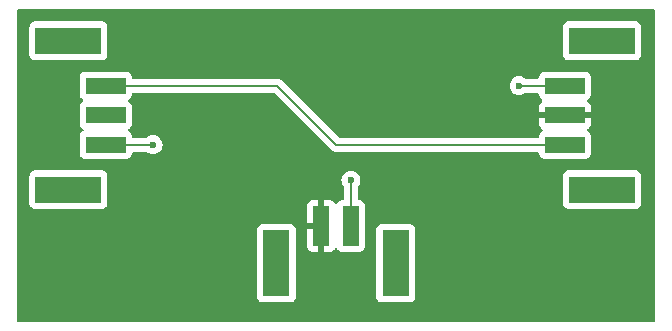
<source format=gbr>
%TF.GenerationSoftware,KiCad,Pcbnew,8.0.8*%
%TF.CreationDate,2025-01-27T09:22:13+00:00*%
%TF.ProjectId,ViaTest,56696154-6573-4742-9e6b-696361645f70,rev?*%
%TF.SameCoordinates,Original*%
%TF.FileFunction,Copper,L1,Top*%
%TF.FilePolarity,Positive*%
%FSLAX46Y46*%
G04 Gerber Fmt 4.6, Leading zero omitted, Abs format (unit mm)*
G04 Created by KiCad (PCBNEW 8.0.8) date 2025-01-27 09:22:13*
%MOMM*%
%LPD*%
G01*
G04 APERTURE LIST*
%TA.AperFunction,SMDPad,CuDef*%
%ADD10R,3.400000X1.400000*%
%TD*%
%TA.AperFunction,SMDPad,CuDef*%
%ADD11R,5.600000X2.300000*%
%TD*%
%TA.AperFunction,SMDPad,CuDef*%
%ADD12R,1.400000X3.400000*%
%TD*%
%TA.AperFunction,SMDPad,CuDef*%
%ADD13R,2.300000X5.600000*%
%TD*%
%TA.AperFunction,ViaPad*%
%ADD14C,0.600000*%
%TD*%
%TA.AperFunction,Conductor*%
%ADD15C,0.200000*%
%TD*%
G04 APERTURE END LIST*
D10*
%TO.P,J2,1,Pin_1*%
%TO.N,GND*%
X161870000Y-90000000D03*
%TO.P,J2,2,Pin_2*%
%TO.N,+BATT*%
X161870000Y-92500000D03*
%TO.P,J2,3,Pin_3*%
%TO.N,/SIG*%
X161870000Y-95000000D03*
D11*
%TO.P,J2,MP*%
%TO.N,N/C*%
X165030000Y-86200000D03*
X165030000Y-98800000D03*
%TD*%
D10*
%TO.P,J1,1,Pin_1*%
%TO.N,GND*%
X123000000Y-95000000D03*
%TO.P,J1,2,Pin_2*%
%TO.N,unconnected-(J1-Pin_2-Pad2)*%
X123000000Y-92500000D03*
%TO.P,J1,3,Pin_3*%
%TO.N,/SIG*%
X123000000Y-90000000D03*
D11*
%TO.P,J1,MP*%
%TO.N,N/C*%
X119840000Y-98800000D03*
X119840000Y-86200000D03*
%TD*%
D12*
%TO.P,J3,1,Pin_1*%
%TO.N,GND*%
X143750000Y-101870000D03*
%TO.P,J3,2,Pin_2*%
%TO.N,+BATT*%
X141250000Y-101870000D03*
D13*
%TO.P,J3,MP*%
%TO.N,N/C*%
X147550000Y-105030000D03*
X137450000Y-105030000D03*
%TD*%
D14*
%TO.N,GND*%
X158000000Y-90000000D03*
X127000000Y-95000000D03*
X143759191Y-97996634D03*
%TD*%
D15*
%TO.N,GND*%
X123000000Y-95000000D02*
X127000000Y-95000000D01*
X143750000Y-98005825D02*
X143759191Y-97996634D01*
X161870000Y-90000000D02*
X158000000Y-90000000D01*
X143750000Y-101870000D02*
X143750000Y-98005825D01*
%TO.N,/SIG*%
X137500000Y-90000000D02*
X142500000Y-95000000D01*
X142500000Y-95000000D02*
X161870000Y-95000000D01*
X123000000Y-90000000D02*
X137500000Y-90000000D01*
%TD*%
%TA.AperFunction,Conductor*%
%TO.N,+BATT*%
G36*
X169442539Y-83520185D02*
G01*
X169488294Y-83572989D01*
X169499500Y-83624500D01*
X169499500Y-109875500D01*
X169479815Y-109942539D01*
X169427011Y-109988294D01*
X169375500Y-109999500D01*
X115624500Y-109999500D01*
X115557461Y-109979815D01*
X115511706Y-109927011D01*
X115500500Y-109875500D01*
X115500500Y-102182135D01*
X135799500Y-102182135D01*
X135799500Y-107877870D01*
X135799501Y-107877876D01*
X135805908Y-107937483D01*
X135856202Y-108072328D01*
X135856206Y-108072335D01*
X135942452Y-108187544D01*
X135942455Y-108187547D01*
X136057664Y-108273793D01*
X136057671Y-108273797D01*
X136192517Y-108324091D01*
X136192516Y-108324091D01*
X136199444Y-108324835D01*
X136252127Y-108330500D01*
X138647872Y-108330499D01*
X138707483Y-108324091D01*
X138842331Y-108273796D01*
X138957546Y-108187546D01*
X139043796Y-108072331D01*
X139094091Y-107937483D01*
X139100500Y-107877873D01*
X139100499Y-103617844D01*
X140050000Y-103617844D01*
X140056401Y-103677372D01*
X140056403Y-103677379D01*
X140106645Y-103812086D01*
X140106649Y-103812093D01*
X140192809Y-103927187D01*
X140192812Y-103927190D01*
X140307906Y-104013350D01*
X140307913Y-104013354D01*
X140442620Y-104063596D01*
X140442627Y-104063598D01*
X140502155Y-104069999D01*
X140502172Y-104070000D01*
X141000000Y-104070000D01*
X141000000Y-102120000D01*
X140050000Y-102120000D01*
X140050000Y-103617844D01*
X139100499Y-103617844D01*
X139100499Y-102182128D01*
X139094091Y-102122517D01*
X139093152Y-102120000D01*
X139043797Y-101987671D01*
X139043793Y-101987664D01*
X138957547Y-101872455D01*
X138957544Y-101872452D01*
X138842335Y-101786206D01*
X138842328Y-101786202D01*
X138707482Y-101735908D01*
X138707483Y-101735908D01*
X138647883Y-101729501D01*
X138647881Y-101729500D01*
X138647873Y-101729500D01*
X138647864Y-101729500D01*
X136252129Y-101729500D01*
X136252123Y-101729501D01*
X136192516Y-101735908D01*
X136057671Y-101786202D01*
X136057664Y-101786206D01*
X135942455Y-101872452D01*
X135942452Y-101872455D01*
X135856206Y-101987664D01*
X135856202Y-101987671D01*
X135805908Y-102122517D01*
X135799501Y-102182116D01*
X135799501Y-102182123D01*
X135799500Y-102182135D01*
X115500500Y-102182135D01*
X115500500Y-97602135D01*
X116539500Y-97602135D01*
X116539500Y-99997870D01*
X116539501Y-99997876D01*
X116545908Y-100057483D01*
X116596202Y-100192328D01*
X116596206Y-100192335D01*
X116682452Y-100307544D01*
X116682455Y-100307547D01*
X116797664Y-100393793D01*
X116797671Y-100393797D01*
X116932517Y-100444091D01*
X116932516Y-100444091D01*
X116939444Y-100444835D01*
X116992127Y-100450500D01*
X122687872Y-100450499D01*
X122747483Y-100444091D01*
X122882331Y-100393796D01*
X122997546Y-100307546D01*
X123083796Y-100192331D01*
X123109970Y-100122155D01*
X140050000Y-100122155D01*
X140050000Y-101620000D01*
X141000000Y-101620000D01*
X141000000Y-99670000D01*
X141500000Y-99670000D01*
X141500000Y-104070000D01*
X141997828Y-104070000D01*
X141997844Y-104069999D01*
X142057372Y-104063598D01*
X142057379Y-104063596D01*
X142192086Y-104013354D01*
X142192093Y-104013350D01*
X142307187Y-103927190D01*
X142307190Y-103927187D01*
X142398669Y-103804989D01*
X142400868Y-103806635D01*
X142440262Y-103767225D01*
X142508531Y-103752358D01*
X142574001Y-103776761D01*
X142599546Y-103806235D01*
X142600888Y-103805231D01*
X142692452Y-103927544D01*
X142692455Y-103927547D01*
X142807664Y-104013793D01*
X142807671Y-104013797D01*
X142942517Y-104064091D01*
X142942516Y-104064091D01*
X142949444Y-104064835D01*
X143002127Y-104070500D01*
X144497872Y-104070499D01*
X144557483Y-104064091D01*
X144692331Y-104013796D01*
X144807546Y-103927546D01*
X144893796Y-103812331D01*
X144944091Y-103677483D01*
X144950500Y-103617873D01*
X144950500Y-102182135D01*
X145899500Y-102182135D01*
X145899500Y-107877870D01*
X145899501Y-107877876D01*
X145905908Y-107937483D01*
X145956202Y-108072328D01*
X145956206Y-108072335D01*
X146042452Y-108187544D01*
X146042455Y-108187547D01*
X146157664Y-108273793D01*
X146157671Y-108273797D01*
X146292517Y-108324091D01*
X146292516Y-108324091D01*
X146299444Y-108324835D01*
X146352127Y-108330500D01*
X148747872Y-108330499D01*
X148807483Y-108324091D01*
X148942331Y-108273796D01*
X149057546Y-108187546D01*
X149143796Y-108072331D01*
X149194091Y-107937483D01*
X149200500Y-107877873D01*
X149200499Y-102182128D01*
X149194091Y-102122517D01*
X149193152Y-102120000D01*
X149143797Y-101987671D01*
X149143793Y-101987664D01*
X149057547Y-101872455D01*
X149057544Y-101872452D01*
X148942335Y-101786206D01*
X148942328Y-101786202D01*
X148807482Y-101735908D01*
X148807483Y-101735908D01*
X148747883Y-101729501D01*
X148747881Y-101729500D01*
X148747873Y-101729500D01*
X148747864Y-101729500D01*
X146352129Y-101729500D01*
X146352123Y-101729501D01*
X146292516Y-101735908D01*
X146157671Y-101786202D01*
X146157664Y-101786206D01*
X146042455Y-101872452D01*
X146042452Y-101872455D01*
X145956206Y-101987664D01*
X145956202Y-101987671D01*
X145905908Y-102122517D01*
X145899501Y-102182116D01*
X145899501Y-102182123D01*
X145899500Y-102182135D01*
X144950500Y-102182135D01*
X144950499Y-100122128D01*
X144944091Y-100062517D01*
X144942213Y-100057483D01*
X144893797Y-99927671D01*
X144893793Y-99927664D01*
X144807547Y-99812455D01*
X144807544Y-99812452D01*
X144692335Y-99726206D01*
X144692328Y-99726202D01*
X144557482Y-99675908D01*
X144557483Y-99675908D01*
X144497883Y-99669501D01*
X144497881Y-99669500D01*
X144497873Y-99669500D01*
X144497865Y-99669500D01*
X144474500Y-99669500D01*
X144407461Y-99649815D01*
X144361706Y-99597011D01*
X144350500Y-99545500D01*
X144350500Y-98588765D01*
X144370185Y-98521726D01*
X144386819Y-98501084D01*
X144387227Y-98500676D01*
X144389007Y-98498896D01*
X144484980Y-98346156D01*
X144544559Y-98175889D01*
X144564756Y-97996634D01*
X144544559Y-97817379D01*
X144484980Y-97647112D01*
X144456719Y-97602135D01*
X161729500Y-97602135D01*
X161729500Y-99997870D01*
X161729501Y-99997876D01*
X161735908Y-100057483D01*
X161786202Y-100192328D01*
X161786206Y-100192335D01*
X161872452Y-100307544D01*
X161872455Y-100307547D01*
X161987664Y-100393793D01*
X161987671Y-100393797D01*
X162122517Y-100444091D01*
X162122516Y-100444091D01*
X162129444Y-100444835D01*
X162182127Y-100450500D01*
X167877872Y-100450499D01*
X167937483Y-100444091D01*
X168072331Y-100393796D01*
X168187546Y-100307546D01*
X168273796Y-100192331D01*
X168324091Y-100057483D01*
X168330500Y-99997873D01*
X168330499Y-97602128D01*
X168324091Y-97542517D01*
X168273796Y-97407669D01*
X168273795Y-97407668D01*
X168273793Y-97407664D01*
X168187547Y-97292455D01*
X168187544Y-97292452D01*
X168072335Y-97206206D01*
X168072328Y-97206202D01*
X167937482Y-97155908D01*
X167937483Y-97155908D01*
X167877883Y-97149501D01*
X167877881Y-97149500D01*
X167877873Y-97149500D01*
X167877864Y-97149500D01*
X162182129Y-97149500D01*
X162182123Y-97149501D01*
X162122516Y-97155908D01*
X161987671Y-97206202D01*
X161987664Y-97206206D01*
X161872455Y-97292452D01*
X161872452Y-97292455D01*
X161786206Y-97407664D01*
X161786202Y-97407671D01*
X161735908Y-97542517D01*
X161729501Y-97602116D01*
X161729501Y-97602123D01*
X161729500Y-97602135D01*
X144456719Y-97602135D01*
X144389007Y-97494372D01*
X144261453Y-97366818D01*
X144108714Y-97270845D01*
X143938445Y-97211265D01*
X143938440Y-97211264D01*
X143759195Y-97191069D01*
X143759187Y-97191069D01*
X143579941Y-97211264D01*
X143579936Y-97211265D01*
X143409667Y-97270845D01*
X143256928Y-97366818D01*
X143129375Y-97494371D01*
X143033402Y-97647110D01*
X142973822Y-97817379D01*
X142973821Y-97817384D01*
X142953626Y-97996630D01*
X142953626Y-97996637D01*
X142973821Y-98175883D01*
X142973822Y-98175888D01*
X143033402Y-98346156D01*
X143129375Y-98498896D01*
X143129376Y-98498897D01*
X143130494Y-98500676D01*
X143149500Y-98566648D01*
X143149500Y-99545500D01*
X143129815Y-99612539D01*
X143077011Y-99658294D01*
X143025505Y-99669500D01*
X143002132Y-99669500D01*
X143002123Y-99669501D01*
X142942516Y-99675908D01*
X142807671Y-99726202D01*
X142807664Y-99726206D01*
X142692455Y-99812452D01*
X142692452Y-99812455D01*
X142600888Y-99934769D01*
X142598756Y-99933173D01*
X142559127Y-99972794D01*
X142490852Y-99987638D01*
X142425391Y-99963214D01*
X142400057Y-99933971D01*
X142398669Y-99935011D01*
X142307190Y-99812812D01*
X142307187Y-99812809D01*
X142192093Y-99726649D01*
X142192086Y-99726645D01*
X142057379Y-99676403D01*
X142057372Y-99676401D01*
X141997844Y-99670000D01*
X141500000Y-99670000D01*
X141000000Y-99670000D01*
X140502155Y-99670000D01*
X140442627Y-99676401D01*
X140442620Y-99676403D01*
X140307913Y-99726645D01*
X140307906Y-99726649D01*
X140192812Y-99812809D01*
X140192809Y-99812812D01*
X140106649Y-99927906D01*
X140106645Y-99927913D01*
X140056403Y-100062620D01*
X140056401Y-100062627D01*
X140050000Y-100122155D01*
X123109970Y-100122155D01*
X123134091Y-100057483D01*
X123140500Y-99997873D01*
X123140499Y-97602128D01*
X123134091Y-97542517D01*
X123083796Y-97407669D01*
X123083795Y-97407668D01*
X123083793Y-97407664D01*
X122997547Y-97292455D01*
X122997544Y-97292452D01*
X122882335Y-97206206D01*
X122882328Y-97206202D01*
X122747482Y-97155908D01*
X122747483Y-97155908D01*
X122687883Y-97149501D01*
X122687881Y-97149500D01*
X122687873Y-97149500D01*
X122687864Y-97149500D01*
X116992129Y-97149500D01*
X116992123Y-97149501D01*
X116932516Y-97155908D01*
X116797671Y-97206202D01*
X116797664Y-97206206D01*
X116682455Y-97292452D01*
X116682452Y-97292455D01*
X116596206Y-97407664D01*
X116596202Y-97407671D01*
X116545908Y-97542517D01*
X116539501Y-97602116D01*
X116539501Y-97602123D01*
X116539500Y-97602135D01*
X115500500Y-97602135D01*
X115500500Y-89252135D01*
X120799500Y-89252135D01*
X120799500Y-90747870D01*
X120799501Y-90747876D01*
X120805908Y-90807483D01*
X120856202Y-90942328D01*
X120856206Y-90942335D01*
X120942452Y-91057544D01*
X120942455Y-91057547D01*
X121064769Y-91149112D01*
X121063070Y-91151381D01*
X121102264Y-91190580D01*
X121117111Y-91258854D01*
X121092690Y-91324317D01*
X121063689Y-91349445D01*
X121064769Y-91350888D01*
X120942455Y-91442452D01*
X120942452Y-91442455D01*
X120856206Y-91557664D01*
X120856202Y-91557671D01*
X120805908Y-91692517D01*
X120799501Y-91752116D01*
X120799501Y-91752123D01*
X120799500Y-91752135D01*
X120799500Y-93247870D01*
X120799501Y-93247876D01*
X120805908Y-93307483D01*
X120856202Y-93442328D01*
X120856206Y-93442335D01*
X120942452Y-93557544D01*
X120942455Y-93557547D01*
X121064769Y-93649112D01*
X121063070Y-93651381D01*
X121102264Y-93690580D01*
X121117111Y-93758854D01*
X121092690Y-93824317D01*
X121063689Y-93849445D01*
X121064769Y-93850888D01*
X120942455Y-93942452D01*
X120942452Y-93942455D01*
X120856206Y-94057664D01*
X120856202Y-94057671D01*
X120805908Y-94192517D01*
X120803531Y-94214631D01*
X120799501Y-94252123D01*
X120799500Y-94252135D01*
X120799500Y-95747870D01*
X120799501Y-95747876D01*
X120805908Y-95807483D01*
X120856202Y-95942328D01*
X120856206Y-95942335D01*
X120942452Y-96057544D01*
X120942455Y-96057547D01*
X121057664Y-96143793D01*
X121057671Y-96143797D01*
X121192517Y-96194091D01*
X121192516Y-96194091D01*
X121199444Y-96194835D01*
X121252127Y-96200500D01*
X124747872Y-96200499D01*
X124807483Y-96194091D01*
X124942331Y-96143796D01*
X125057546Y-96057546D01*
X125143796Y-95942331D01*
X125194091Y-95807483D01*
X125200500Y-95747873D01*
X125200500Y-95724500D01*
X125220185Y-95657461D01*
X125272989Y-95611706D01*
X125324500Y-95600500D01*
X126417588Y-95600500D01*
X126484627Y-95620185D01*
X126494903Y-95627555D01*
X126497736Y-95629814D01*
X126497738Y-95629816D01*
X126611270Y-95701152D01*
X126648426Y-95724500D01*
X126650478Y-95725789D01*
X126820745Y-95785368D01*
X126820750Y-95785369D01*
X126999996Y-95805565D01*
X127000000Y-95805565D01*
X127000004Y-95805565D01*
X127179249Y-95785369D01*
X127179252Y-95785368D01*
X127179255Y-95785368D01*
X127349522Y-95725789D01*
X127502262Y-95629816D01*
X127629816Y-95502262D01*
X127725789Y-95349522D01*
X127785368Y-95179255D01*
X127805565Y-95000000D01*
X127785368Y-94820745D01*
X127725789Y-94650478D01*
X127629816Y-94497738D01*
X127502262Y-94370184D01*
X127491117Y-94363181D01*
X127349523Y-94274211D01*
X127179254Y-94214631D01*
X127179249Y-94214630D01*
X127000004Y-94194435D01*
X126999996Y-94194435D01*
X126820750Y-94214630D01*
X126820745Y-94214631D01*
X126650476Y-94274211D01*
X126497736Y-94370185D01*
X126494903Y-94372445D01*
X126492724Y-94373334D01*
X126491842Y-94373889D01*
X126491744Y-94373734D01*
X126430217Y-94398855D01*
X126417588Y-94399500D01*
X125324499Y-94399500D01*
X125257460Y-94379815D01*
X125211705Y-94327011D01*
X125200499Y-94275500D01*
X125200499Y-94252129D01*
X125200498Y-94252123D01*
X125200497Y-94252116D01*
X125194091Y-94192517D01*
X125143796Y-94057669D01*
X125143795Y-94057668D01*
X125143793Y-94057664D01*
X125057547Y-93942455D01*
X125057544Y-93942452D01*
X124935231Y-93850888D01*
X124936930Y-93848617D01*
X124897743Y-93809435D01*
X124882886Y-93741163D01*
X124907298Y-93675697D01*
X124936311Y-93650556D01*
X124935231Y-93649112D01*
X125015136Y-93589293D01*
X125057546Y-93557546D01*
X125143796Y-93442331D01*
X125194091Y-93307483D01*
X125200500Y-93247873D01*
X125200499Y-91752128D01*
X125194091Y-91692517D01*
X125143884Y-91557906D01*
X125143797Y-91557671D01*
X125143793Y-91557664D01*
X125057547Y-91442455D01*
X125057544Y-91442452D01*
X124935231Y-91350888D01*
X124936930Y-91348617D01*
X124897743Y-91309435D01*
X124882886Y-91241163D01*
X124907298Y-91175697D01*
X124936311Y-91150556D01*
X124935231Y-91149112D01*
X125015136Y-91089293D01*
X125057546Y-91057546D01*
X125143796Y-90942331D01*
X125194091Y-90807483D01*
X125200500Y-90747873D01*
X125200500Y-90724500D01*
X125220185Y-90657461D01*
X125272989Y-90611706D01*
X125324500Y-90600500D01*
X137199903Y-90600500D01*
X137266942Y-90620185D01*
X137287584Y-90636819D01*
X142015139Y-95364374D01*
X142015149Y-95364385D01*
X142019479Y-95368715D01*
X142019480Y-95368716D01*
X142131284Y-95480520D01*
X142218095Y-95530639D01*
X142218097Y-95530641D01*
X142256151Y-95552611D01*
X142268215Y-95559577D01*
X142420943Y-95600501D01*
X142420946Y-95600501D01*
X142586653Y-95600501D01*
X142586669Y-95600500D01*
X159545501Y-95600500D01*
X159612540Y-95620185D01*
X159658295Y-95672989D01*
X159669501Y-95724500D01*
X159669501Y-95747876D01*
X159675908Y-95807483D01*
X159726202Y-95942328D01*
X159726206Y-95942335D01*
X159812452Y-96057544D01*
X159812455Y-96057547D01*
X159927664Y-96143793D01*
X159927671Y-96143797D01*
X160062517Y-96194091D01*
X160062516Y-96194091D01*
X160069444Y-96194835D01*
X160122127Y-96200500D01*
X163617872Y-96200499D01*
X163677483Y-96194091D01*
X163812331Y-96143796D01*
X163927546Y-96057546D01*
X164013796Y-95942331D01*
X164064091Y-95807483D01*
X164070500Y-95747873D01*
X164070499Y-94252128D01*
X164064091Y-94192517D01*
X164013796Y-94057669D01*
X164013795Y-94057668D01*
X164013793Y-94057664D01*
X163927547Y-93942455D01*
X163927544Y-93942452D01*
X163805231Y-93850888D01*
X163806827Y-93848754D01*
X163767212Y-93809140D01*
X163752360Y-93740867D01*
X163776776Y-93675403D01*
X163806029Y-93650059D01*
X163804989Y-93648669D01*
X163927187Y-93557190D01*
X163927190Y-93557187D01*
X164013350Y-93442093D01*
X164013354Y-93442086D01*
X164063596Y-93307379D01*
X164063598Y-93307372D01*
X164069999Y-93247844D01*
X164070000Y-93247827D01*
X164070000Y-92750000D01*
X159670000Y-92750000D01*
X159670000Y-93247844D01*
X159676401Y-93307372D01*
X159676403Y-93307379D01*
X159726645Y-93442086D01*
X159726649Y-93442093D01*
X159812809Y-93557187D01*
X159812812Y-93557190D01*
X159935011Y-93648669D01*
X159933365Y-93650866D01*
X159972782Y-93690276D01*
X159987640Y-93758547D01*
X159963229Y-93824014D01*
X159933766Y-93849548D01*
X159934769Y-93850888D01*
X159812455Y-93942452D01*
X159812452Y-93942455D01*
X159726206Y-94057664D01*
X159726202Y-94057671D01*
X159675908Y-94192517D01*
X159673531Y-94214631D01*
X159669501Y-94252123D01*
X159669500Y-94252135D01*
X159669500Y-94275500D01*
X159649815Y-94342539D01*
X159597011Y-94388294D01*
X159545500Y-94399500D01*
X142800097Y-94399500D01*
X142733058Y-94379815D01*
X142712416Y-94363181D01*
X138349231Y-89999996D01*
X157194435Y-89999996D01*
X157194435Y-90000003D01*
X157214630Y-90179249D01*
X157214631Y-90179254D01*
X157274211Y-90349523D01*
X157370184Y-90502262D01*
X157497738Y-90629816D01*
X157588080Y-90686582D01*
X157648426Y-90724500D01*
X157650478Y-90725789D01*
X157820745Y-90785368D01*
X157820750Y-90785369D01*
X157999996Y-90805565D01*
X158000000Y-90805565D01*
X158000004Y-90805565D01*
X158179249Y-90785369D01*
X158179252Y-90785368D01*
X158179255Y-90785368D01*
X158349522Y-90725789D01*
X158502262Y-90629816D01*
X158502267Y-90629810D01*
X158505097Y-90627555D01*
X158507275Y-90626665D01*
X158508158Y-90626111D01*
X158508255Y-90626265D01*
X158569783Y-90601145D01*
X158582412Y-90600500D01*
X159545501Y-90600500D01*
X159612540Y-90620185D01*
X159658295Y-90672989D01*
X159669501Y-90724500D01*
X159669501Y-90747876D01*
X159675908Y-90807483D01*
X159726202Y-90942328D01*
X159726206Y-90942335D01*
X159812452Y-91057544D01*
X159812455Y-91057547D01*
X159934769Y-91149112D01*
X159933170Y-91151246D01*
X159972781Y-91190848D01*
X159987640Y-91259119D01*
X159963230Y-91324586D01*
X159933972Y-91349944D01*
X159935011Y-91351331D01*
X159812812Y-91442809D01*
X159812809Y-91442812D01*
X159726649Y-91557906D01*
X159726645Y-91557913D01*
X159676403Y-91692620D01*
X159676401Y-91692627D01*
X159670000Y-91752155D01*
X159670000Y-92250000D01*
X164070000Y-92250000D01*
X164070000Y-91752172D01*
X164069999Y-91752155D01*
X164063598Y-91692627D01*
X164063596Y-91692620D01*
X164013354Y-91557913D01*
X164013350Y-91557906D01*
X163927190Y-91442812D01*
X163927187Y-91442809D01*
X163804989Y-91351331D01*
X163806632Y-91349135D01*
X163767211Y-91309712D01*
X163752360Y-91241438D01*
X163776778Y-91175974D01*
X163806236Y-91150455D01*
X163805231Y-91149112D01*
X163885136Y-91089293D01*
X163927546Y-91057546D01*
X164013796Y-90942331D01*
X164064091Y-90807483D01*
X164070500Y-90747873D01*
X164070499Y-89252128D01*
X164064091Y-89192517D01*
X164013796Y-89057669D01*
X164013795Y-89057668D01*
X164013793Y-89057664D01*
X163927547Y-88942455D01*
X163927544Y-88942452D01*
X163812335Y-88856206D01*
X163812328Y-88856202D01*
X163677482Y-88805908D01*
X163677483Y-88805908D01*
X163617883Y-88799501D01*
X163617881Y-88799500D01*
X163617873Y-88799500D01*
X163617864Y-88799500D01*
X160122129Y-88799500D01*
X160122123Y-88799501D01*
X160062516Y-88805908D01*
X159927671Y-88856202D01*
X159927664Y-88856206D01*
X159812455Y-88942452D01*
X159812452Y-88942455D01*
X159726206Y-89057664D01*
X159726202Y-89057671D01*
X159675908Y-89192517D01*
X159673531Y-89214631D01*
X159669501Y-89252123D01*
X159669500Y-89252135D01*
X159669500Y-89275500D01*
X159649815Y-89342539D01*
X159597011Y-89388294D01*
X159545500Y-89399500D01*
X158582412Y-89399500D01*
X158515373Y-89379815D01*
X158505097Y-89372445D01*
X158502263Y-89370185D01*
X158502262Y-89370184D01*
X158433553Y-89327011D01*
X158349523Y-89274211D01*
X158179254Y-89214631D01*
X158179249Y-89214630D01*
X158000004Y-89194435D01*
X157999996Y-89194435D01*
X157820750Y-89214630D01*
X157820745Y-89214631D01*
X157650476Y-89274211D01*
X157497737Y-89370184D01*
X157370184Y-89497737D01*
X157274211Y-89650476D01*
X157214631Y-89820745D01*
X157214630Y-89820750D01*
X157194435Y-89999996D01*
X138349231Y-89999996D01*
X137987590Y-89638355D01*
X137987588Y-89638352D01*
X137868717Y-89519481D01*
X137868709Y-89519475D01*
X137766936Y-89460717D01*
X137766934Y-89460716D01*
X137731790Y-89440425D01*
X137731789Y-89440424D01*
X137719263Y-89437067D01*
X137579057Y-89399499D01*
X137420943Y-89399499D01*
X137413347Y-89399499D01*
X137413331Y-89399500D01*
X125324499Y-89399500D01*
X125257460Y-89379815D01*
X125211705Y-89327011D01*
X125200499Y-89275500D01*
X125200499Y-89252129D01*
X125200498Y-89252123D01*
X125200497Y-89252116D01*
X125194091Y-89192517D01*
X125143796Y-89057669D01*
X125143795Y-89057668D01*
X125143793Y-89057664D01*
X125057547Y-88942455D01*
X125057544Y-88942452D01*
X124942335Y-88856206D01*
X124942328Y-88856202D01*
X124807482Y-88805908D01*
X124807483Y-88805908D01*
X124747883Y-88799501D01*
X124747881Y-88799500D01*
X124747873Y-88799500D01*
X124747864Y-88799500D01*
X121252129Y-88799500D01*
X121252123Y-88799501D01*
X121192516Y-88805908D01*
X121057671Y-88856202D01*
X121057664Y-88856206D01*
X120942455Y-88942452D01*
X120942452Y-88942455D01*
X120856206Y-89057664D01*
X120856202Y-89057671D01*
X120805908Y-89192517D01*
X120803531Y-89214631D01*
X120799501Y-89252123D01*
X120799500Y-89252135D01*
X115500500Y-89252135D01*
X115500500Y-85002135D01*
X116539500Y-85002135D01*
X116539500Y-87397870D01*
X116539501Y-87397876D01*
X116545908Y-87457483D01*
X116596202Y-87592328D01*
X116596206Y-87592335D01*
X116682452Y-87707544D01*
X116682455Y-87707547D01*
X116797664Y-87793793D01*
X116797671Y-87793797D01*
X116932517Y-87844091D01*
X116932516Y-87844091D01*
X116939444Y-87844835D01*
X116992127Y-87850500D01*
X122687872Y-87850499D01*
X122747483Y-87844091D01*
X122882331Y-87793796D01*
X122997546Y-87707546D01*
X123083796Y-87592331D01*
X123134091Y-87457483D01*
X123140500Y-87397873D01*
X123140499Y-85002135D01*
X161729500Y-85002135D01*
X161729500Y-87397870D01*
X161729501Y-87397876D01*
X161735908Y-87457483D01*
X161786202Y-87592328D01*
X161786206Y-87592335D01*
X161872452Y-87707544D01*
X161872455Y-87707547D01*
X161987664Y-87793793D01*
X161987671Y-87793797D01*
X162122517Y-87844091D01*
X162122516Y-87844091D01*
X162129444Y-87844835D01*
X162182127Y-87850500D01*
X167877872Y-87850499D01*
X167937483Y-87844091D01*
X168072331Y-87793796D01*
X168187546Y-87707546D01*
X168273796Y-87592331D01*
X168324091Y-87457483D01*
X168330500Y-87397873D01*
X168330499Y-85002128D01*
X168324091Y-84942517D01*
X168273796Y-84807669D01*
X168273795Y-84807668D01*
X168273793Y-84807664D01*
X168187547Y-84692455D01*
X168187544Y-84692452D01*
X168072335Y-84606206D01*
X168072328Y-84606202D01*
X167937482Y-84555908D01*
X167937483Y-84555908D01*
X167877883Y-84549501D01*
X167877881Y-84549500D01*
X167877873Y-84549500D01*
X167877864Y-84549500D01*
X162182129Y-84549500D01*
X162182123Y-84549501D01*
X162122516Y-84555908D01*
X161987671Y-84606202D01*
X161987664Y-84606206D01*
X161872455Y-84692452D01*
X161872452Y-84692455D01*
X161786206Y-84807664D01*
X161786202Y-84807671D01*
X161735908Y-84942517D01*
X161729501Y-85002116D01*
X161729501Y-85002123D01*
X161729500Y-85002135D01*
X123140499Y-85002135D01*
X123140499Y-85002128D01*
X123134091Y-84942517D01*
X123083796Y-84807669D01*
X123083795Y-84807668D01*
X123083793Y-84807664D01*
X122997547Y-84692455D01*
X122997544Y-84692452D01*
X122882335Y-84606206D01*
X122882328Y-84606202D01*
X122747482Y-84555908D01*
X122747483Y-84555908D01*
X122687883Y-84549501D01*
X122687881Y-84549500D01*
X122687873Y-84549500D01*
X122687864Y-84549500D01*
X116992129Y-84549500D01*
X116992123Y-84549501D01*
X116932516Y-84555908D01*
X116797671Y-84606202D01*
X116797664Y-84606206D01*
X116682455Y-84692452D01*
X116682452Y-84692455D01*
X116596206Y-84807664D01*
X116596202Y-84807671D01*
X116545908Y-84942517D01*
X116539501Y-85002116D01*
X116539501Y-85002123D01*
X116539500Y-85002135D01*
X115500500Y-85002135D01*
X115500500Y-83624500D01*
X115520185Y-83557461D01*
X115572989Y-83511706D01*
X115624500Y-83500500D01*
X169375500Y-83500500D01*
X169442539Y-83520185D01*
G37*
%TD.AperFunction*%
%TD*%
M02*

</source>
